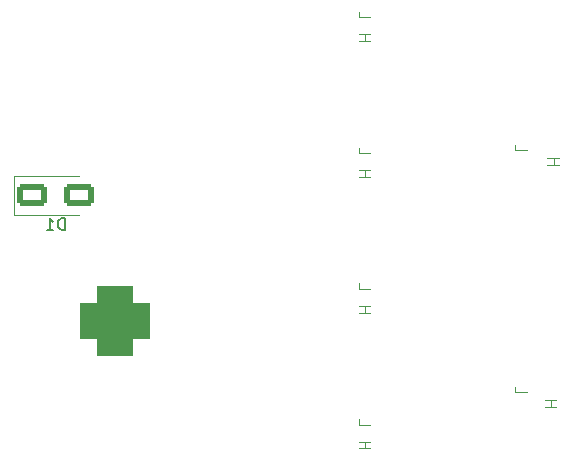
<source format=gbo>
G04 #@! TF.GenerationSoftware,KiCad,Pcbnew,8.0.7-8.0.7-0~ubuntu22.04.1*
G04 #@! TF.CreationDate,2025-02-10T08:50:06+09:00*
G04 #@! TF.ProjectId,CANExpander_1,43414e45-7870-4616-9e64-65725f312e6b,rev?*
G04 #@! TF.SameCoordinates,Original*
G04 #@! TF.FileFunction,Legend,Bot*
G04 #@! TF.FilePolarity,Positive*
%FSLAX46Y46*%
G04 Gerber Fmt 4.6, Leading zero omitted, Abs format (unit mm)*
G04 Created by KiCad (PCBNEW 8.0.7-8.0.7-0~ubuntu22.04.1) date 2025-02-10 08:50:06*
%MOMM*%
%LPD*%
G01*
G04 APERTURE LIST*
G04 Aperture macros list*
%AMRoundRect*
0 Rectangle with rounded corners*
0 $1 Rounding radius*
0 $2 $3 $4 $5 $6 $7 $8 $9 X,Y pos of 4 corners*
0 Add a 4 corners polygon primitive as box body*
4,1,4,$2,$3,$4,$5,$6,$7,$8,$9,$2,$3,0*
0 Add four circle primitives for the rounded corners*
1,1,$1+$1,$2,$3*
1,1,$1+$1,$4,$5*
1,1,$1+$1,$6,$7*
1,1,$1+$1,$8,$9*
0 Add four rect primitives between the rounded corners*
20,1,$1+$1,$2,$3,$4,$5,0*
20,1,$1+$1,$4,$5,$6,$7,0*
20,1,$1+$1,$6,$7,$8,$9,0*
20,1,$1+$1,$8,$9,$2,$3,0*%
G04 Aperture macros list end*
%ADD10C,0.100000*%
%ADD11C,0.150000*%
%ADD12C,0.120000*%
%ADD13R,2.000000X2.000000*%
%ADD14C,2.000000*%
%ADD15C,1.524003*%
%ADD16C,2.700000*%
%ADD17RoundRect,1.500000X-1.500000X1.500000X-1.500000X-1.500000X1.500000X-1.500000X1.500000X1.500000X0*%
%ADD18C,6.000000*%
%ADD19C,3.200000*%
%ADD20C,3.250000*%
%ADD21R,1.500000X1.500000*%
%ADD22C,1.500000*%
%ADD23C,3.000000*%
%ADD24C,2.780000*%
%ADD25RoundRect,0.250000X-1.000000X-0.650000X1.000000X-0.650000X1.000000X0.650000X-1.000000X0.650000X0*%
G04 APERTURE END LIST*
D10*
X165127580Y-90969925D02*
X165127580Y-91446115D01*
X165127580Y-91446115D02*
X166127580Y-91446115D01*
X181127580Y-69446115D02*
X182127580Y-69446115D01*
X181651390Y-69446115D02*
X181651390Y-68874687D01*
X181127580Y-68874687D02*
X182127580Y-68874687D01*
X165127580Y-79469925D02*
X165127580Y-79946115D01*
X165127580Y-79946115D02*
X166127580Y-79946115D01*
X165127580Y-81946115D02*
X166127580Y-81946115D01*
X165651390Y-81946115D02*
X165651390Y-81374687D01*
X165127580Y-81374687D02*
X166127580Y-81374687D01*
X178377580Y-67719925D02*
X178377580Y-68196115D01*
X178377580Y-68196115D02*
X179377580Y-68196115D01*
X165127580Y-93446115D02*
X166127580Y-93446115D01*
X165651390Y-93446115D02*
X165651390Y-92874687D01*
X165127580Y-92874687D02*
X166127580Y-92874687D01*
X165127580Y-56469925D02*
X165127580Y-56946115D01*
X165127580Y-56946115D02*
X166127580Y-56946115D01*
X180877580Y-89946115D02*
X181877580Y-89946115D01*
X181401390Y-89946115D02*
X181401390Y-89374687D01*
X180877580Y-89374687D02*
X181877580Y-89374687D01*
X165127580Y-67969925D02*
X165127580Y-68446115D01*
X165127580Y-68446115D02*
X166127580Y-68446115D01*
X165127580Y-70446115D02*
X166127580Y-70446115D01*
X165651390Y-70446115D02*
X165651390Y-69874687D01*
X165127580Y-69874687D02*
X166127580Y-69874687D01*
X178377580Y-88219925D02*
X178377580Y-88696115D01*
X178377580Y-88696115D02*
X179377580Y-88696115D01*
X165127580Y-58946115D02*
X166127580Y-58946115D01*
X165651390Y-58946115D02*
X165651390Y-58374687D01*
X165127580Y-58374687D02*
X166127580Y-58374687D01*
D11*
X140238094Y-74954819D02*
X140238094Y-73954819D01*
X140238094Y-73954819D02*
X139999999Y-73954819D01*
X139999999Y-73954819D02*
X139857142Y-74002438D01*
X139857142Y-74002438D02*
X139761904Y-74097676D01*
X139761904Y-74097676D02*
X139714285Y-74192914D01*
X139714285Y-74192914D02*
X139666666Y-74383390D01*
X139666666Y-74383390D02*
X139666666Y-74526247D01*
X139666666Y-74526247D02*
X139714285Y-74716723D01*
X139714285Y-74716723D02*
X139761904Y-74811961D01*
X139761904Y-74811961D02*
X139857142Y-74907200D01*
X139857142Y-74907200D02*
X139999999Y-74954819D01*
X139999999Y-74954819D02*
X140238094Y-74954819D01*
X138714285Y-74954819D02*
X139285713Y-74954819D01*
X138999999Y-74954819D02*
X138999999Y-73954819D01*
X138999999Y-73954819D02*
X139095237Y-74097676D01*
X139095237Y-74097676D02*
X139190475Y-74192914D01*
X139190475Y-74192914D02*
X139285713Y-74240533D01*
D12*
X135990000Y-70350000D02*
X135990000Y-73650000D01*
X141500000Y-70350000D02*
X135990000Y-70350000D01*
X141500000Y-73650000D02*
X135990000Y-73650000D01*
%LPC*%
D13*
X144500000Y-58382323D03*
D14*
X144500000Y-63382323D03*
D15*
X167174994Y-79750000D03*
X167174994Y-81750000D03*
D16*
X163325108Y-80750000D03*
X158325108Y-80750000D03*
D15*
X167174994Y-68250000D03*
X167174994Y-70250000D03*
D16*
X163325108Y-69250000D03*
X158325108Y-69250000D03*
D17*
X144500000Y-82650000D03*
D18*
X144500000Y-89850000D03*
D19*
X197000000Y-58000000D03*
X133000000Y-58000000D03*
D20*
X186195000Y-70465000D03*
X186195000Y-59035000D03*
D21*
X179845000Y-69195000D03*
D22*
X177305000Y-67925000D03*
X179845000Y-66655000D03*
X177305000Y-65385000D03*
X179845000Y-64115000D03*
X177305000Y-62845000D03*
X179845000Y-61575000D03*
X177305000Y-60305000D03*
D23*
X189245000Y-72520000D03*
X189245000Y-56980000D03*
D19*
X133000000Y-92000000D03*
D13*
X144500000Y-69632323D03*
D14*
X144500000Y-74632323D03*
D24*
X133900000Y-85210000D03*
X137300000Y-85210000D03*
X133900000Y-75290000D03*
X137300000Y-75290000D03*
D20*
X186195000Y-90910000D03*
X186195000Y-79480000D03*
D21*
X179845000Y-89640000D03*
D22*
X177305000Y-88370000D03*
X179845000Y-87100000D03*
X177305000Y-85830000D03*
X179845000Y-84560000D03*
X177305000Y-83290000D03*
X179845000Y-82020000D03*
X177305000Y-80750000D03*
D23*
X189245000Y-92965000D03*
X189245000Y-77425000D03*
D19*
X197000000Y-91945000D03*
D13*
X135250000Y-63882323D03*
D14*
X135250000Y-68882323D03*
D15*
X167174994Y-91250000D03*
X167174994Y-93250000D03*
D16*
X163325108Y-92250000D03*
X158325108Y-92250000D03*
D15*
X167174994Y-56750000D03*
X167174994Y-58750000D03*
D16*
X163325108Y-57750000D03*
X158325108Y-57750000D03*
D25*
X137500000Y-72000000D03*
X141500000Y-72000000D03*
%LPD*%
M02*

</source>
